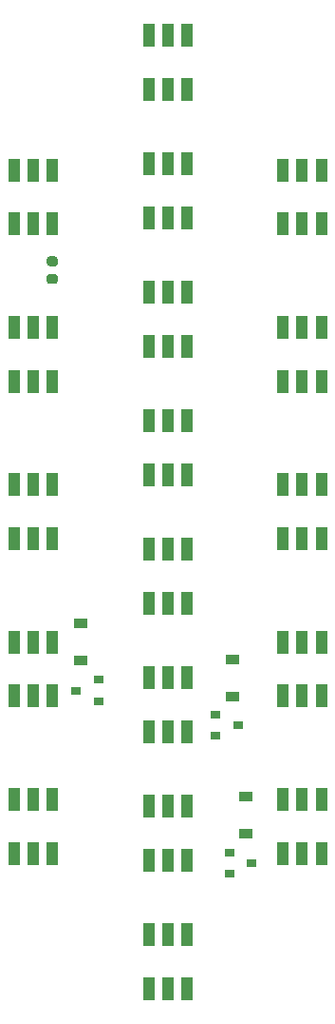
<source format=gbr>
G04 #@! TF.GenerationSoftware,KiCad,Pcbnew,(5.1.7)-1*
G04 #@! TF.CreationDate,2020-10-07T12:45:53-07:00*
G04 #@! TF.ProjectId,bigass_7_segment,62696761-7373-45f3-975f-7365676d656e,rev?*
G04 #@! TF.SameCoordinates,Original*
G04 #@! TF.FileFunction,Paste,Top*
G04 #@! TF.FilePolarity,Positive*
%FSLAX46Y46*%
G04 Gerber Fmt 4.6, Leading zero omitted, Abs format (unit mm)*
G04 Created by KiCad (PCBNEW (5.1.7)-1) date 2020-10-07 12:45:53*
%MOMM*%
%LPD*%
G01*
G04 APERTURE LIST*
%ADD10R,1.200000X0.900000*%
%ADD11R,0.900000X0.800000*%
%ADD12R,1.100000X2.000000*%
G04 APERTURE END LIST*
D10*
G04 #@! TO.C,D13*
X5800000Y19550000D03*
X5800000Y22850000D03*
G04 #@! TD*
D11*
G04 #@! TO.C,Q1*
X6250000Y17000000D03*
X4250000Y16050000D03*
X4250000Y17950000D03*
G04 #@! TD*
G04 #@! TO.C,R1*
G36*
G01*
X-10556250Y57150000D02*
X-10043750Y57150000D01*
G75*
G02*
X-9825000Y56931250I0J-218750D01*
G01*
X-9825000Y56493750D01*
G75*
G02*
X-10043750Y56275000I-218750J0D01*
G01*
X-10556250Y56275000D01*
G75*
G02*
X-10775000Y56493750I0J218750D01*
G01*
X-10775000Y56931250D01*
G75*
G02*
X-10556250Y57150000I218750J0D01*
G01*
G37*
G36*
G01*
X-10556250Y58725000D02*
X-10043750Y58725000D01*
G75*
G02*
X-9825000Y58506250I0J-218750D01*
G01*
X-9825000Y58068750D01*
G75*
G02*
X-10043750Y57850000I-218750J0D01*
G01*
X-10556250Y57850000D01*
G75*
G02*
X-10775000Y58068750I0J218750D01*
G01*
X-10775000Y58506250D01*
G75*
G02*
X-10556250Y58725000I218750J0D01*
G01*
G37*
G04 #@! TD*
D12*
G04 #@! TO.C,D2*
X-10300000Y47600000D03*
X-12000000Y47600000D03*
X-13700000Y47600000D03*
X-13700000Y52400000D03*
X-12000000Y52400000D03*
X-10300000Y52400000D03*
G04 #@! TD*
G04 #@! TO.C,D8*
X1700000Y62171429D03*
X0Y62171429D03*
X-1700000Y62171429D03*
X-1700000Y66971429D03*
X0Y66971429D03*
X1700000Y66971429D03*
G04 #@! TD*
G04 #@! TO.C,D15*
X13700000Y47600000D03*
X12000000Y47600000D03*
X10300000Y47600000D03*
X10300000Y52400000D03*
X12000000Y52400000D03*
X13700000Y52400000D03*
G04 #@! TD*
G04 #@! TO.C,D3*
X1700000Y39314287D03*
X0Y39314287D03*
X-1700000Y39314287D03*
X-1700000Y44114287D03*
X0Y44114287D03*
X1700000Y44114287D03*
G04 #@! TD*
G04 #@! TO.C,D9*
X1700000Y50742858D03*
X0Y50742858D03*
X-1700000Y50742858D03*
X-1700000Y55542858D03*
X0Y55542858D03*
X1700000Y55542858D03*
G04 #@! TD*
G04 #@! TO.C,D16*
X13700000Y33600000D03*
X12000000Y33600000D03*
X10300000Y33600000D03*
X10300000Y38400000D03*
X12000000Y38400000D03*
X13700000Y38400000D03*
G04 #@! TD*
G04 #@! TO.C,D4*
X-10300000Y33600000D03*
X-12000000Y33600000D03*
X-13700000Y33600000D03*
X-13700000Y38400000D03*
X-12000000Y38400000D03*
X-10300000Y38400000D03*
G04 #@! TD*
G04 #@! TO.C,D10*
X1700000Y16457145D03*
X0Y16457145D03*
X-1700000Y16457145D03*
X-1700000Y21257145D03*
X0Y21257145D03*
X1700000Y21257145D03*
G04 #@! TD*
G04 #@! TO.C,D17*
X1700000Y27885716D03*
X0Y27885716D03*
X-1700000Y27885716D03*
X-1700000Y32685716D03*
X0Y32685716D03*
X1700000Y32685716D03*
G04 #@! TD*
G04 #@! TO.C,D5*
X-10300000Y19600000D03*
X-12000000Y19600000D03*
X-13700000Y19600000D03*
X-13700000Y24400000D03*
X-12000000Y24400000D03*
X-10300000Y24400000D03*
G04 #@! TD*
G04 #@! TO.C,D11*
X1700000Y5028574D03*
X0Y5028574D03*
X-1700000Y5028574D03*
X-1700000Y9828574D03*
X0Y9828574D03*
X1700000Y9828574D03*
G04 #@! TD*
G04 #@! TO.C,D18*
X13700000Y19600000D03*
X12000000Y19600000D03*
X10300000Y19600000D03*
X10300000Y24400000D03*
X12000000Y24400000D03*
X13700000Y24400000D03*
G04 #@! TD*
G04 #@! TO.C,D6*
X-10300000Y5600000D03*
X-12000000Y5600000D03*
X-13700000Y5600000D03*
X-13700000Y10400000D03*
X-12000000Y10400000D03*
X-10300000Y10400000D03*
G04 #@! TD*
G04 #@! TO.C,D12*
X1700000Y-6400000D03*
X0Y-6400000D03*
X-1700000Y-6400000D03*
X-1700000Y-1600000D03*
X0Y-1600000D03*
X1700000Y-1600000D03*
G04 #@! TD*
G04 #@! TO.C,D19*
X13700000Y5600000D03*
X12000000Y5600000D03*
X10300000Y5600000D03*
X10300000Y10400000D03*
X12000000Y10400000D03*
X13700000Y10400000D03*
G04 #@! TD*
G04 #@! TO.C,D1*
X-10300000Y61600000D03*
X-12000000Y61600000D03*
X-13700000Y61600000D03*
X-13700000Y66400000D03*
X-12000000Y66400000D03*
X-10300000Y66400000D03*
G04 #@! TD*
G04 #@! TO.C,D7*
X1700000Y73600000D03*
X0Y73600000D03*
X-1700000Y73600000D03*
X-1700000Y78400000D03*
X0Y78400000D03*
X1700000Y78400000D03*
G04 #@! TD*
G04 #@! TO.C,D14*
X13700000Y61600000D03*
X12000000Y61600000D03*
X10300000Y61600000D03*
X10300000Y66400000D03*
X12000000Y66400000D03*
X13700000Y66400000D03*
G04 #@! TD*
D10*
G04 #@! TO.C,D20*
X-7800000Y22750000D03*
X-7800000Y26050000D03*
G04 #@! TD*
G04 #@! TO.C,D21*
X7000000Y7350000D03*
X7000000Y10650000D03*
G04 #@! TD*
D11*
G04 #@! TO.C,Q2*
X-8200000Y20100000D03*
X-6200000Y21050000D03*
X-6200000Y19150000D03*
G04 #@! TD*
G04 #@! TO.C,Q3*
X7500000Y4750000D03*
X5500000Y3800000D03*
X5500000Y5700000D03*
G04 #@! TD*
M02*

</source>
